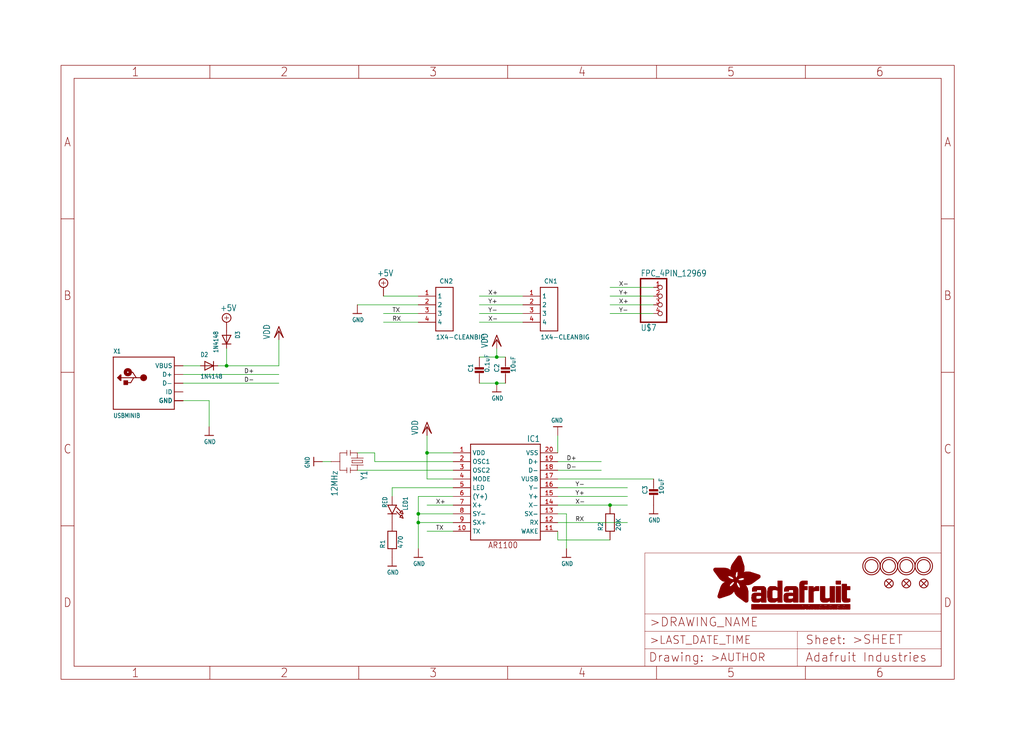
<source format=kicad_sch>
(kicad_sch (version 20211123) (generator eeschema)
  (paper "User" 298.45 217.881)
  (lib_symbols
    (symbol "schematicEagle-eagle-import:+5V" (power)
      (property "Value" "+5V" (at -1.905 3.175 0))
      (symbol "+5V_1_0"
        (pin power_in line (at 0 -2.54 90) (length 2.54) (name "+5V") (number "1"))
      )
    )
    (symbol "schematicEagle-eagle-import:1X4-CLEANBIG"
      (property "Reference" "CN" (at 5.08 7.62 0))
      (property "Value" "1X4-CLEANBIG" (at 0 -10.16 0))
      (symbol "1X4-CLEANBIG_1_0"
        (pin bidirectional line (at -5.08 2.54 0) (length 5.08) (name "1") (number "1"))
        (pin bidirectional line (at -5.08 0 0) (length 5.08) (name "2") (number "2"))
        (pin bidirectional line (at -5.08 -2.54 0) (length 5.08) (name "3") (number "3"))
        (pin bidirectional line (at -5.08 -5.08 0) (length 5.08) (name "4") (number "4"))
      )
    )
    (symbol "schematicEagle-eagle-import:AR1100_SSOP"
      (property "Reference" "IC" (at 10.16 15.24 0))
      (symbol "AR1100_SSOP_1_0"
        (text "AR1100" (at -5.08 -17.78 0) (effects (font (size 1.778 1.5113)) (justify left bottom)))
        (pin power_in line (at -15.24 10.16 0) (length 5.08) (name "VDD") (number "1"))
        (pin output line (at -15.24 -12.7 0) (length 5.08) (name "TX") (number "10"))
        (pin input line (at 15.24 -12.7 180) (length 5.08) (name "WAKE") (number "11"))
        (pin input line (at 15.24 -10.16 180) (length 5.08) (name "RX") (number "12"))
        (pin bidirectional line (at 15.24 -7.62 180) (length 5.08) (name "SX-") (number "13"))
        (pin bidirectional line (at 15.24 -5.08 180) (length 5.08) (name "X-") (number "14"))
        (pin bidirectional line (at 15.24 -2.54 180) (length 5.08) (name "Y+") (number "15"))
        (pin bidirectional line (at 15.24 0 180) (length 5.08) (name "Y-") (number "16"))
        (pin power_in line (at 15.24 2.54 180) (length 5.08) (name "VUSB") (number "17"))
        (pin bidirectional line (at 15.24 5.08 180) (length 5.08) (name "D-") (number "18"))
        (pin bidirectional line (at 15.24 7.62 180) (length 5.08) (name "D+") (number "19"))
        (pin passive line (at -15.24 7.62 0) (length 5.08) (name "OSC1") (number "2"))
        (pin power_in line (at 15.24 10.16 180) (length 5.08) (name "VSS") (number "20"))
        (pin passive line (at -15.24 5.08 0) (length 5.08) (name "OSC2") (number "3"))
        (pin input line (at -15.24 2.54 0) (length 5.08) (name "MODE") (number "4"))
        (pin output line (at -15.24 0 0) (length 5.08) (name "LED") (number "5"))
        (pin bidirectional line (at -15.24 -2.54 0) (length 5.08) (name "(Y+)") (number "6"))
        (pin bidirectional line (at -15.24 -5.08 0) (length 5.08) (name "X+") (number "7"))
        (pin bidirectional line (at -15.24 -7.62 0) (length 5.08) (name "SY-") (number "8"))
        (pin bidirectional line (at -15.24 -10.16 0) (length 5.08) (name "SX+") (number "9"))
      )
    )
    (symbol "schematicEagle-eagle-import:CAP_CERAMIC0805-NOOUTLINE"
      (property "Reference" "C" (at -1.79 0.54 90))
      (property "Value" "CAP_CERAMIC0805-NOOUTLINE" (at 3 0.54 90))
      (symbol "CAP_CERAMIC0805-NOOUTLINE_1_0"
        (pin passive line (at 0 5.08 270) (length 2.54) (name "1") (number "1"))
        (pin passive line (at 0 -2.54 90) (length 2.54) (name "2") (number "2"))
      )
    )
    (symbol "schematicEagle-eagle-import:DIODESOD-323F"
      (property "Reference" "D" (at -2.54 2.54 0))
      (property "Value" "DIODESOD-323F" (at -2.54 -3.81 0))
      (symbol "DIODESOD-323F_1_0"
        (pin passive line (at -2.54 0 0) (length 2.54) (name "A") (number "A"))
        (pin passive line (at 2.54 0 180) (length 2.54) (name "C") (number "C"))
      )
    )
    (symbol "schematicEagle-eagle-import:FIDUCIAL{dblquote}{dblquote}")
    (symbol "schematicEagle-eagle-import:FPC_4PIN_12969"
      (property "Value" "FPC_4PIN_12969" (at -6.35 -7.62 0))
      (symbol "FPC_4PIN_12969_1_0"
        (pin passive inverted (at -2.54 -2.54 0) (length 2.54) (name "4") (number "1"))
        (pin passive inverted (at -2.54 0 0) (length 2.54) (name "3") (number "2"))
        (pin passive inverted (at -2.54 2.54 0) (length 2.54) (name "2") (number "3"))
        (pin passive inverted (at -2.54 5.08 0) (length 2.54) (name "1") (number "4"))
      )
    )
    (symbol "schematicEagle-eagle-import:FRAME_A4_ADAFRUIT"
      (symbol "FRAME_A4_ADAFRUIT_0_0"
        (text "1" (at 21.6958 1.905 0) (effects (font (size 2.54 2.286))))
        (text "1" (at 21.6958 177.165 0) (effects (font (size 2.54 2.286))))
        (text "2" (at 65.0875 1.905 0) (effects (font (size 2.54 2.286))))
        (text "2" (at 65.0875 177.165 0) (effects (font (size 2.54 2.286))))
        (text "3" (at 108.4792 1.905 0) (effects (font (size 2.54 2.286))))
        (text "3" (at 108.4792 177.165 0) (effects (font (size 2.54 2.286))))
        (text "4" (at 151.8708 1.905 0) (effects (font (size 2.54 2.286))))
        (text "4" (at 151.8708 177.165 0) (effects (font (size 2.54 2.286))))
        (text "5" (at 195.2625 1.905 0) (effects (font (size 2.54 2.286))))
        (text "5" (at 195.2625 177.165 0) (effects (font (size 2.54 2.286))))
        (text "6" (at 238.6542 1.905 0) (effects (font (size 2.54 2.286))))
        (text "6" (at 238.6542 177.165 0) (effects (font (size 2.54 2.286))))
        (text "A" (at 1.905 156.6863 0) (effects (font (size 2.54 2.286))))
        (text "A" (at 258.445 156.6863 0) (effects (font (size 2.54 2.286))))
        (text "B" (at 1.905 111.9188 0) (effects (font (size 2.54 2.286))))
        (text "B" (at 258.445 111.9188 0) (effects (font (size 2.54 2.286))))
        (text "C" (at 1.905 67.1513 0) (effects (font (size 2.54 2.286))))
        (text "C" (at 258.445 67.1513 0) (effects (font (size 2.54 2.286))))
        (text "D" (at 1.905 22.3838 0) (effects (font (size 2.54 2.286))))
        (text "D" (at 258.445 22.3838 0) (effects (font (size 2.54 2.286))))
      )
      (symbol "FRAME_A4_ADAFRUIT_1_0"
        (text ">AUTHOR" (at 189.23 5.08 0) (effects (font (size 2.286 2.286)) (justify left bottom)))
        (text ">DRAWING_NAME" (at 171.45 15.24 0) (effects (font (size 2.54 2.54)) (justify left bottom)))
        (text ">LAST_DATE_TIME" (at 171.45 10.16 0) (effects (font (size 2.286 2.286)) (justify left bottom)))
        (text ">SHEET" (at 230.505 10.16 0) (effects (font (size 2.54 2.54)) (justify left bottom)))
        (text "Adafruit Industries" (at 216.916 4.953 0) (effects (font (size 2.54 2.54)) (justify left bottom)))
        (text "Drawing:" (at 171.196 4.953 0) (effects (font (size 2.54 2.54)) (justify left bottom)))
        (text "Sheet:" (at 216.916 10.033 0) (effects (font (size 2.54 2.54)) (justify left bottom)))
      )
    )
    (symbol "schematicEagle-eagle-import:GND" (power)
      (property "Value" "GND" (at -1.524 -2.54 0))
      (symbol "GND_1_0"
        (pin power_in line (at 0 2.54 270) (length 2.54) (name "GND") (number "1"))
      )
    )
    (symbol "schematicEagle-eagle-import:LED0805_NOOUTLINE"
      (property "Reference" "LED" (at -5.08 3.175 0))
      (property "Value" "LED0805_NOOUTLINE" (at -5.08 -2.794 0))
      (symbol "LED0805_NOOUTLINE_1_0"
        (pin passive line (at -5.08 0 0) (length 2.54) (name "A") (number "A"))
        (pin passive line (at 2.54 0 180) (length 2.54) (name "C") (number "C"))
      )
    )
    (symbol "schematicEagle-eagle-import:MOUNTINGHOLE2.5")
    (symbol "schematicEagle-eagle-import:RESISTOR0805_NOOUTLINE"
      (property "Reference" "R" (at -2.54 2.032 0))
      (property "Value" "RESISTOR0805_NOOUTLINE" (at -2.54 -3.175 0))
      (symbol "RESISTOR0805_NOOUTLINE_1_0"
        (pin passive line (at -5.08 0 0) (length 2.54) (name "1") (number "1"))
        (pin passive line (at 5.08 0 180) (length 2.54) (name "2") (number "2"))
      )
    )
    (symbol "schematicEagle-eagle-import:RESONATORSMD"
      (property "Reference" "Y" (at 2.54 1.016 0))
      (property "Value" "RESONATORSMD" (at 2.54 -7.62 0))
      (symbol "RESONATORSMD_1_0"
        (pin passive line (at -2.54 0 0) (length 0) (name "1") (number "1"))
        (pin passive line (at 0 -7.62 90) (length 0) (name "2") (number "2"))
        (pin passive line (at 2.54 0 180) (length 0) (name "3") (number "3"))
      )
    )
    (symbol "schematicEagle-eagle-import:USBMINIB"
      (property "Reference" "X" (at -10.16 8.636 0))
      (property "Value" "USBMINIB" (at -10.16 -10.16 0))
      (symbol "USBMINIB_1_0"
        (pin bidirectional line (at 10.16 2.54 180) (length 2.54) (name "D+") (number "D+"))
        (pin bidirectional line (at 10.16 0 180) (length 2.54) (name "D-") (number "D-"))
        (pin power_in line (at 10.16 -5.08 180) (length 2.54) (name "GND") (number "GND"))
        (pin power_in line (at 10.16 -5.08 180) (length 2.54) (name "GND") (number "GND1"))
        (pin power_in line (at 10.16 -5.08 180) (length 2.54) (name "GND") (number "GND2"))
        (pin power_in line (at 10.16 -5.08 180) (length 2.54) (name "GND") (number "GND3"))
        (pin power_in line (at 10.16 -5.08 180) (length 2.54) (name "GND") (number "GND4"))
        (pin bidirectional line (at 10.16 -2.54 180) (length 2.54) (name "ID") (number "ID"))
        (pin power_in line (at 10.16 5.08 180) (length 2.54) (name "VBUS") (number "VBUS"))
      )
    )
    (symbol "schematicEagle-eagle-import:VDD" (power)
      (property "Value" "VDD" (at -2.54 -2.54 90))
      (symbol "VDD_1_0"
        (pin power_in line (at 0 -2.54 90) (length 2.54) (name "VDD") (number "1"))
      )
    )
  )
  (junction (at 124.46 132.08))
  (junction (at 121.92 149.86))
  (junction (at 144.78 104.14))
  (junction (at 66.04 106.68))
  (junction (at 144.78 111.76))
  (junction (at 121.92 152.4))
  (junction (at 177.8 147.32))
  (wire (pts (xy 60.96 116.84) (xy 60.96 124.46)))
  (wire (pts (xy 66.04 106.68) (xy 81.28 106.68)))
  (wire (pts (xy 132.08 132.08) (xy 124.46 132.08)))
  (wire (pts (xy 139.7 86.36) (xy 152.4 86.36)))
  (wire (pts (xy 162.56 144.78) (xy 182.88 144.78)))
  (wire (pts (xy 111.76 91.44) (xy 121.92 91.44)))
  (wire (pts (xy 53.34 109.22) (xy 81.28 109.22)))
  (wire (pts (xy 144.78 111.76) (xy 147.32 111.76)))
  (wire (pts (xy 144.78 104.14) (xy 144.78 101.6)))
  (wire (pts (xy 132.08 144.78) (xy 121.92 144.78)))
  (wire (pts (xy 132.08 147.32) (xy 124.46 147.32)))
  (wire (pts (xy 162.56 134.62) (xy 175.26 134.62)))
  (wire (pts (xy 190.5 91.44) (xy 177.8 91.44)))
  (wire (pts (xy 124.46 132.08) (xy 124.46 127)))
  (wire (pts (xy 139.7 88.9) (xy 152.4 88.9)))
  (wire (pts (xy 162.56 127) (xy 162.56 132.08)))
  (wire (pts (xy 63.5 106.68) (xy 66.04 106.68)))
  (wire (pts (xy 109.22 134.62) (xy 132.08 134.62)))
  (wire (pts (xy 144.78 104.14) (xy 147.32 104.14)))
  (wire (pts (xy 81.28 106.68) (xy 81.28 99.06)))
  (wire (pts (xy 53.34 106.68) (xy 58.42 106.68)))
  (wire (pts (xy 124.46 139.7) (xy 124.46 132.08)))
  (wire (pts (xy 162.56 152.4) (xy 182.88 152.4)))
  (wire (pts (xy 132.08 154.94) (xy 124.46 154.94)))
  (wire (pts (xy 139.7 111.76) (xy 144.78 111.76)))
  (wire (pts (xy 121.92 144.78) (xy 121.92 149.86)))
  (wire (pts (xy 121.92 93.98) (xy 111.76 93.98)))
  (wire (pts (xy 177.8 147.32) (xy 182.88 147.32)))
  (wire (pts (xy 111.76 86.36) (xy 121.92 86.36)))
  (wire (pts (xy 132.08 152.4) (xy 121.92 152.4)))
  (wire (pts (xy 139.7 91.44) (xy 152.4 91.44)))
  (wire (pts (xy 162.56 147.32) (xy 177.8 147.32)))
  (wire (pts (xy 132.08 139.7) (xy 124.46 139.7)))
  (wire (pts (xy 162.56 142.24) (xy 182.88 142.24)))
  (wire (pts (xy 104.14 137.16) (xy 132.08 137.16)))
  (wire (pts (xy 162.56 149.86) (xy 165.1 149.86)))
  (wire (pts (xy 121.92 152.4) (xy 121.92 149.86)))
  (wire (pts (xy 139.7 104.14) (xy 144.78 104.14)))
  (wire (pts (xy 114.3 142.24) (xy 132.08 142.24)))
  (wire (pts (xy 165.1 149.86) (xy 165.1 160.02)))
  (wire (pts (xy 190.5 83.82) (xy 177.8 83.82)))
  (wire (pts (xy 121.92 88.9) (xy 104.14 88.9)))
  (wire (pts (xy 93.98 134.62) (xy 96.52 134.62)))
  (wire (pts (xy 53.34 116.84) (xy 60.96 116.84)))
  (wire (pts (xy 139.7 93.98) (xy 152.4 93.98)))
  (wire (pts (xy 162.56 154.94) (xy 162.56 157.48)))
  (wire (pts (xy 121.92 152.4) (xy 121.92 160.02)))
  (wire (pts (xy 109.22 132.08) (xy 104.14 132.08)))
  (wire (pts (xy 190.5 86.36) (xy 177.8 86.36)))
  (wire (pts (xy 109.22 134.62) (xy 109.22 132.08)))
  (wire (pts (xy 177.8 88.9) (xy 190.5 88.9)))
  (wire (pts (xy 114.3 144.78) (xy 114.3 142.24)))
  (wire (pts (xy 162.56 137.16) (xy 175.26 137.16)))
  (wire (pts (xy 66.04 106.68) (xy 66.04 101.6)))
  (wire (pts (xy 121.92 149.86) (xy 132.08 149.86)))
  (wire (pts (xy 162.56 139.7) (xy 190.5 139.7)))
  (wire (pts (xy 162.56 157.48) (xy 177.8 157.48)))
  (wire (pts (xy 53.34 111.76) (xy 81.28 111.76)))
  (label "D+" (at 71.12 109.22 0) (effects (font (size 1.2446 1.2446))))
  (label "X-" (at 142.24 93.98 0) (effects (font (size 1.2446 1.2446))))
  (label "Y+" (at 142.24 88.9 0) (effects (font (size 1.2446 1.2446))))
  (label "D+" (at 165.1 134.62 0) (effects (font (size 1.2446 1.2446))))
  (label "TX" (at 114.3 91.44 0) (effects (font (size 1.2446 1.2446))))
  (label "X-" (at 180.34 83.82 0) (effects (font (size 1.2446 1.2446))))
  (label "Y-" (at 167.64 142.24 0) (effects (font (size 1.2446 1.2446))))
  (label "Y-" (at 180.34 91.44 0) (effects (font (size 1.2446 1.2446))))
  (label "RX" (at 167.64 152.4 0) (effects (font (size 1.2446 1.2446))))
  (label "D-" (at 165.1 137.16 0) (effects (font (size 1.2446 1.2446))))
  (label "X+" (at 127 147.32 0) (effects (font (size 1.2446 1.2446))))
  (label "Y+" (at 180.34 86.36 0) (effects (font (size 1.2446 1.2446))))
  (label "D-" (at 71.12 111.76 0) (effects (font (size 1.2446 1.2446))))
  (label "Y-" (at 142.24 91.44 0) (effects (font (size 1.2446 1.2446))))
  (label "RX" (at 114.3 93.98 0) (effects (font (size 1.2446 1.2446))))
  (label "X-" (at 167.64 147.32 0) (effects (font (size 1.2446 1.2446))))
  (label "X+" (at 142.24 86.36 0) (effects (font (size 1.2446 1.2446))))
  (label "X+" (at 180.34 88.9 0) (effects (font (size 1.2446 1.2446))))
  (label "Y+" (at 167.64 144.78 0) (effects (font (size 1.2446 1.2446))))
  (label "TX" (at 127 154.94 0) (effects (font (size 1.2446 1.2446))))
  (symbol (lib_id "schematicEagle-eagle-import:FIDUCIAL{dblquote}{dblquote}") (at 269.24 170.18 0) (unit 1)
    (property "Reference" "FID1" (effects hide))
    (property "Value" "FIDUCIAL{dblquote}{dblquote}" (effects hide))
    (property "Footprint" "schematicEagle:FIDUCIAL_1MM" (effects hide))
  )
  (symbol (lib_id "schematicEagle-eagle-import:RESONATORSMD") (at 104.14 134.62 270) (unit 1)
    (property "Reference" "Y1" (at 105.156 137.16 0) (effects (font (size 1.778 1.5113)) (justify left bottom)))
    (property "Value" "12MHz" (at 96.52 137.16 0) (effects (font (size 1.778 1.5113)) (justify left bottom)))
    (property "Footprint" "schematicEagle:RESONATOR-SMD" (effects hide))
  )
  (symbol (lib_id "schematicEagle-eagle-import:GND") (at 165.1 162.56 0) (unit 1)
    (property "Reference" "#U$13" (effects hide))
    (property "Value" "GND" (at 163.576 165.1 0) (effects (font (size 1.27 1.0795)) (justify left bottom)))
    (property "Footprint" "schematicEagle:" (effects hide))
  )
  (symbol (lib_id "schematicEagle-eagle-import:GND") (at 114.3 165.1 0) (unit 1)
    (property "Reference" "#U$11" (effects hide))
    (property "Value" "GND" (at 112.776 167.64 0) (effects (font (size 1.27 1.0795)) (justify left bottom)))
    (property "Footprint" "schematicEagle:" (effects hide))
  )
  (symbol (lib_id "schematicEagle-eagle-import:LED0805_NOOUTLINE") (at 114.3 149.86 270) (unit 1)
    (property "Reference" "LED1" (at 117.475 144.78 0) (effects (font (size 1.27 1.0795)) (justify left bottom)))
    (property "Value" "RED" (at 111.506 144.78 0) (effects (font (size 1.27 1.0795)) (justify left bottom)))
    (property "Footprint" "schematicEagle:CHIPLED_0805_NOOUTLINE" (effects hide))
  )
  (symbol (lib_id "schematicEagle-eagle-import:VDD") (at 81.28 96.52 0) (unit 1)
    (property "Reference" "#VDD1" (effects hide))
    (property "Value" "VDD" (at 78.74 99.06 90) (effects (font (size 1.778 1.5113)) (justify left bottom)))
    (property "Footprint" "schematicEagle:" (effects hide))
  )
  (symbol (lib_id "schematicEagle-eagle-import:FIDUCIAL{dblquote}{dblquote}") (at 259.08 170.18 0) (unit 1)
    (property "Reference" "FID3" (effects hide))
    (property "Value" "FIDUCIAL{dblquote}{dblquote}" (effects hide))
    (property "Footprint" "schematicEagle:FIDUCIAL_1MM" (effects hide))
    (property "Value" "FIDUCIAL{dblquote}{dblquote}" (effects hide))
  )
  (symbol (lib_id "schematicEagle-eagle-import:FIDUCIAL{dblquote}{dblquote}") (at 264.16 170.18 0) (unit 1)
    (property "Reference" "FID2" (effects hide))
    (property "Value" "FIDUCIAL{dblquote}{dblquote}" (effects hide))
    (property "Footprint" "schematicEagle:FIDUCIAL_1MM" (effects hide))
  )
  (symbol (lib_id "schematicEagle-eagle-import:RESISTOR0805_NOOUTLINE") (at 177.8 152.4 90) (unit 1)
    (property "Reference" "R2" (at 175.768 154.94 0) (effects (justify left bottom)))
    (property "Value" "20K" (at 180.975 154.94 0) (effects (justify left bottom)))
    (property "Footprint" "schematicEagle:0805-NO" (effects hide))
  )
  (symbol (lib_id "schematicEagle-eagle-import:USBMINIB") (at 43.18 111.76 0) (unit 1)
    (property "Reference" "X1" (at 33.02 103.124 0) (effects (font (size 1.27 1.0795)) (justify left bottom)))
    (property "Value" "USBMINIB" (at 33.02 121.92 0) (effects (font (size 1.27 1.0795)) (justify left bottom)))
    (property "Footprint" "schematicEagle:USB-MINIB" (effects hide))
  )
  (symbol (lib_id "schematicEagle-eagle-import:AR1100_SSOP") (at 147.32 142.24 0) (unit 1)
    (property "Reference" "IC1" (at 157.48 127 0) (effects (font (size 1.778 1.5113)) (justify right top)))
    (property "Value" "AR1100_SSOP" (effects hide))
    (property "Footprint" "schematicEagle:TSSOP20-5.3MMBODY" (effects hide))
  )
  (symbol (lib_id "schematicEagle-eagle-import:GND") (at 121.92 162.56 0) (unit 1)
    (property "Reference" "#U$15" (effects hide))
    (property "Value" "GND" (at 120.396 165.1 0) (effects (font (size 1.27 1.0795)) (justify left bottom)))
    (property "Footprint" "schematicEagle:" (effects hide))
  )
  (symbol (lib_id "schematicEagle-eagle-import:MOUNTINGHOLE2.5") (at 264.16 165.1 0) (unit 1)
    (property "Reference" "U$5" (effects hide))
    (property "Value" "MOUNTINGHOLE2.5" (effects hide))
    (property "Footprint" "schematicEagle:MOUNTINGHOLE_2.5_PLATED" (effects hide))
  )
  (symbol (lib_id "schematicEagle-eagle-import:GND") (at 162.56 124.46 180) (unit 1)
    (property "Reference" "#U$10" (effects hide))
    (property "Value" "GND" (at 164.084 121.92 0) (effects (font (size 1.27 1.0795)) (justify left bottom)))
    (property "Footprint" "schematicEagle:" (effects hide))
  )
  (symbol (lib_id "schematicEagle-eagle-import:DIODESOD-323F") (at 60.96 106.68 0) (unit 1)
    (property "Reference" "D2" (at 58.42 104.14 0) (effects (font (size 1.27 1.0795)) (justify left bottom)))
    (property "Value" "1N4148" (at 58.42 110.49 0) (effects (font (size 1.27 1.0795)) (justify left bottom)))
    (property "Footprint" "schematicEagle:SOD-323F" (effects hide))
  )
  (symbol (lib_id "schematicEagle-eagle-import:MOUNTINGHOLE2.5") (at 259.08 165.1 0) (unit 1)
    (property "Reference" "U$2" (effects hide))
    (property "Value" "MOUNTINGHOLE2.5" (effects hide))
    (property "Footprint" "schematicEagle:MOUNTINGHOLE_2.5_PLATED" (effects hide))
    (property "Value" "MOUNTINGHOLE2.5" (effects hide))
  )
  (symbol (lib_id "schematicEagle-eagle-import:VDD") (at 144.78 99.06 0) (unit 1)
    (property "Reference" "#VDD3" (effects hide))
    (property "Value" "VDD" (at 142.24 101.6 90) (effects (font (size 1.778 1.5113)) (justify left bottom)))
    (property "Footprint" "schematicEagle:" (effects hide))
  )
  (symbol (lib_id "schematicEagle-eagle-import:RESISTOR0805_NOOUTLINE") (at 114.3 157.48 90) (unit 1)
    (property "Reference" "R1" (at 112.268 160.02 0) (effects (justify left bottom)))
    (property "Value" "470" (at 117.475 160.02 0) (effects (justify left bottom)))
    (property "Footprint" "schematicEagle:0805-NO" (effects hide))
  )
  (symbol (lib_id "schematicEagle-eagle-import:GND") (at 60.96 127 0) (unit 1)
    (property "Reference" "#U$8" (effects hide))
    (property "Value" "GND" (at 59.436 129.54 0) (effects (font (size 1.27 1.0795)) (justify left bottom)))
    (property "Footprint" "schematicEagle:" (effects hide))
  )
  (symbol (lib_id "schematicEagle-eagle-import:FPC_4PIN_12969") (at 193.04 86.36 0) (mirror x) (unit 1)
    (property "Reference" "U$7" (at 186.69 94.615 0) (effects (font (size 1.778 1.5113)) (justify left bottom)))
    (property "Value" "FPC_4PIN_12969" (at 186.69 78.74 0) (effects (font (size 1.778 1.5113)) (justify left bottom)))
    (property "Footprint" "schematicEagle:FPC_CONN_1MM_DUAL_4P" (effects hide))
  )
  (symbol (lib_id "schematicEagle-eagle-import:GND") (at 104.14 91.44 0) (unit 1)
    (property "Reference" "#U$3" (effects hide))
    (property "Value" "GND" (at 102.616 93.98 0) (effects (font (size 1.27 1.0795)) (justify left bottom)))
    (property "Footprint" "schematicEagle:" (effects hide))
  )
  (symbol (lib_id "schematicEagle-eagle-import:GND") (at 144.78 114.3 0) (unit 1)
    (property "Reference" "#U$16" (effects hide))
    (property "Value" "GND" (at 143.256 116.84 0) (effects (font (size 1.27 1.0795)) (justify left bottom)))
    (property "Footprint" "schematicEagle:" (effects hide))
  )
  (symbol (lib_id "schematicEagle-eagle-import:GND") (at 91.44 134.62 270) (unit 1)
    (property "Reference" "#U$12" (effects hide))
    (property "Value" "GND" (at 88.9 133.096 0) (effects (font (size 1.27 1.0795)) (justify left bottom)))
    (property "Footprint" "schematicEagle:" (effects hide))
  )
  (symbol (lib_id "schematicEagle-eagle-import:VDD") (at 124.46 124.46 0) (unit 1)
    (property "Reference" "#VDD2" (effects hide))
    (property "Value" "VDD" (at 121.92 127 90) (effects (font (size 1.778 1.5113)) (justify left bottom)))
    (property "Footprint" "schematicEagle:" (effects hide))
  )
  (symbol (lib_id "schematicEagle-eagle-import:MOUNTINGHOLE2.5") (at 254 165.1 0) (unit 1)
    (property "Reference" "U$6" (effects hide))
    (property "Value" "MOUNTINGHOLE2.5" (effects hide))
    (property "Footprint" "schematicEagle:MOUNTINGHOLE_2.5_PLATED" (effects hide))
    (property "Value" "MOUNTINGHOLE2.5" (effects hide))
  )
  (symbol (lib_id "schematicEagle-eagle-import:CAP_CERAMIC0805-NOOUTLINE") (at 190.5 144.78 0) (unit 1)
    (property "Reference" "C3" (at 188.71 144.24 90) (effects (justify left bottom)))
    (property "Value" "10uF" (at 193.5 144.24 90) (effects (justify left bottom)))
    (property "Footprint" "schematicEagle:0805-NO" (effects hide))
  )
  (symbol (lib_id "schematicEagle-eagle-import:CAP_CERAMIC0805-NOOUTLINE") (at 139.7 109.22 0) (unit 1)
    (property "Reference" "C1" (at 137.91 108.68 90) (effects (justify left bottom)))
    (property "Value" "0.1uF" (at 142.7 108.68 90) (effects (justify left bottom)))
    (property "Footprint" "schematicEagle:0805-NO" (effects hide))
  )
  (symbol (lib_id "schematicEagle-eagle-import:MOUNTINGHOLE2.5") (at 269.24 165.1 0) (unit 1)
    (property "Reference" "U$4" (effects hide))
    (property "Value" "MOUNTINGHOLE2.5" (effects hide))
    (property "Footprint" "schematicEagle:MOUNTINGHOLE_2.5_PLATED" (effects hide))
  )
  (symbol (lib_id "schematicEagle-eagle-import:1X4-CLEANBIG") (at 127 88.9 0) (unit 1)
    (property "Reference" "CN2" (at 132.08 81.28 0) (effects (justify right top)))
    (property "Value" "1X4-CLEANBIG" (at 127 99.06 0) (effects (justify left bottom)))
    (property "Footprint" "schematicEagle:1X04-CLEANBIG" (effects hide))
  )
  (symbol (lib_id "schematicEagle-eagle-import:1X4-CLEANBIG") (at 157.48 88.9 0) (unit 1)
    (property "Reference" "CN1" (at 162.56 81.28 0) (effects (justify right top)))
    (property "Value" "1X4-CLEANBIG" (at 157.48 99.06 0) (effects (justify left bottom)))
    (property "Footprint" "schematicEagle:1X04-CLEANBIG" (effects hide))
  )
  (symbol (lib_id "schematicEagle-eagle-import:+5V") (at 111.76 83.82 0) (unit 1)
    (property "Reference" "#SUPPLY2" (effects hide))
    (property "Value" "+5V" (at 109.855 80.645 0) (effects (font (size 1.778 1.5113)) (justify left bottom)))
    (property "Footprint" "schematicEagle:" (effects hide))
  )
  (symbol (lib_id "schematicEagle-eagle-import:CAP_CERAMIC0805-NOOUTLINE") (at 147.32 109.22 0) (unit 1)
    (property "Reference" "C2" (at 145.53 108.68 90) (effects (justify left bottom)))
    (property "Value" "10uF" (at 150.32 108.68 90) (effects (justify left bottom)))
    (property "Footprint" "schematicEagle:0805-NO" (effects hide))
  )
  (symbol (lib_id "schematicEagle-eagle-import:DIODESOD-323F") (at 66.04 99.06 270) (unit 1)
    (property "Reference" "D3" (at 68.58 96.52 0) (effects (font (size 1.27 1.0795)) (justify left bottom)))
    (property "Value" "1N4148" (at 62.23 96.52 0) (effects (font (size 1.27 1.0795)) (justify left bottom)))
    (property "Footprint" "schematicEagle:SOD-323F" (effects hide))
  )
  (symbol (lib_id "schematicEagle-eagle-import:FRAME_A4_ADAFRUIT") (at 17.78 198.12 0) (unit 1)
    (property "Reference" "#U$1" (effects hide))
    (property "Value" "FRAME_A4_ADAFRUIT" (effects hide))
    (property "Footprint" "schematicEagle:" (effects hide))
  )
  (symbol (lib_id "schematicEagle-eagle-import:GND") (at 190.5 149.86 0) (unit 1)
    (property "Reference" "#U$9" (effects hide))
    (property "Value" "GND" (at 188.976 152.4 0) (effects (font (size 1.27 1.0795)) (justify left bottom)))
    (property "Footprint" "schematicEagle:" (effects hide))
  )
  (symbol (lib_id "schematicEagle-eagle-import:+5V") (at 66.04 93.98 0) (unit 1)
    (property "Reference" "#SUPPLY1" (effects hide))
    (property "Value" "+5V" (at 64.135 90.805 0) (effects (font (size 1.778 1.5113)) (justify left bottom)))
    (property "Footprint" "schematicEagle:" (effects hide))
  )
)
</source>
